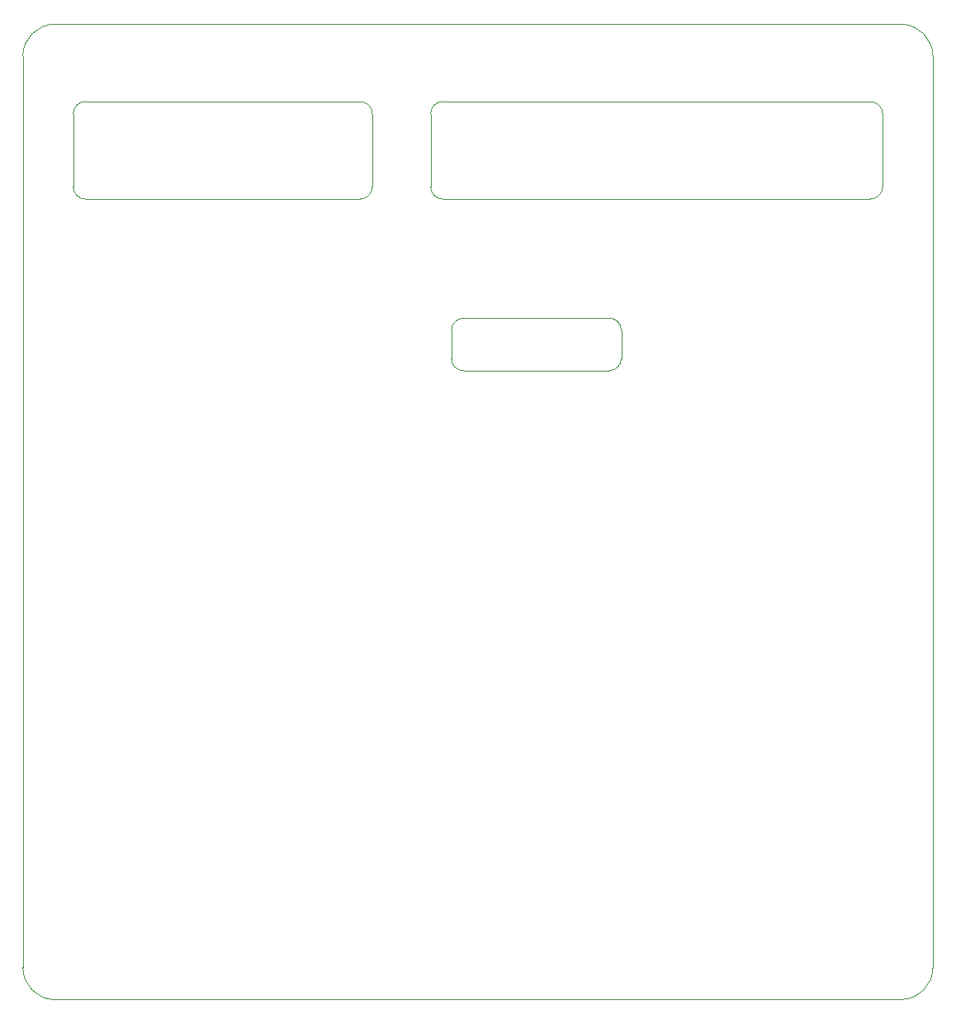
<source format=gbr>
G04 #@! TF.FileFunction,Profile,NP*
%FSLAX46Y46*%
G04 Gerber Fmt 4.6, Leading zero omitted, Abs format (unit mm)*
G04 Created by KiCad (PCBNEW 4.0.7) date Friday, July 13, 2018 'AMt' 10:09:28 AM*
%MOMM*%
%LPD*%
G01*
G04 APERTURE LIST*
%ADD10C,0.100000*%
%ADD11C,0.010000*%
G04 APERTURE END LIST*
D10*
D11*
X140240000Y-67930000D02*
G75*
G03X141510000Y-66660000I0J1270000D01*
G01*
X141510000Y-59200000D02*
X141510000Y-66660000D01*
X96420000Y-57930000D02*
G75*
G03X95150000Y-59200000I0J-1270000D01*
G01*
X95150000Y-66660000D02*
X95150000Y-59200000D01*
X95150000Y-66660000D02*
G75*
G03X96420000Y-67930000I1270000J0D01*
G01*
X96420000Y-57930000D02*
X140240000Y-57930000D01*
X140240000Y-67930000D02*
X96420000Y-67930000D01*
X141510000Y-59200000D02*
G75*
G03X140240000Y-57930000I-1270000J0D01*
G01*
X89180000Y-59200000D02*
G75*
G03X87910000Y-57930000I-1270000J0D01*
G01*
X87910000Y-67930000D02*
G75*
G03X89180000Y-66660000I0J1270000D01*
G01*
X58490000Y-66660000D02*
G75*
G03X59760000Y-67930000I1270000J0D01*
G01*
X59760000Y-57930000D02*
G75*
G03X58490000Y-59200000I0J-1270000D01*
G01*
X58490000Y-66660000D02*
X58490000Y-59200000D01*
X87910000Y-67930000D02*
X59760000Y-67930000D01*
X89180000Y-59200000D02*
X89180000Y-66660000D01*
X59760000Y-57930000D02*
X87910000Y-57930000D01*
X98550000Y-80130000D02*
G75*
G03X97280000Y-81400000I0J-1270000D01*
G01*
X97280000Y-84260000D02*
X97280000Y-81400000D01*
X97280000Y-84260000D02*
G75*
G03X98550000Y-85530000I1270000J0D01*
G01*
X114720000Y-81400000D02*
G75*
G03X113450000Y-80130000I-1270000J0D01*
G01*
X113450000Y-85530000D02*
G75*
G03X114720000Y-84260000I0J1270000D01*
G01*
X113450000Y-85530000D02*
X98550000Y-85530000D01*
X114720000Y-81400000D02*
X114720000Y-84260000D01*
X98550000Y-80130000D02*
X113450000Y-80130000D01*
X143390000Y-150000000D02*
G75*
G03X146670000Y-146720000I0J3280000D01*
G01*
X53330000Y-146720000D02*
G75*
G03X56610000Y-150000000I3280000J0D01*
G01*
X56610000Y-50000000D02*
G75*
G03X53330000Y-53280000I0J-3280000D01*
G01*
X146670000Y-53280000D02*
G75*
G03X143390000Y-50000000I-3280000J0D01*
G01*
X53330000Y-146720000D02*
X53330000Y-53280000D01*
X143390000Y-150000000D02*
X56610000Y-150000000D01*
X146670000Y-53280000D02*
X146670000Y-146720000D01*
X56610000Y-50000000D02*
X143390000Y-50000000D01*
M02*

</source>
